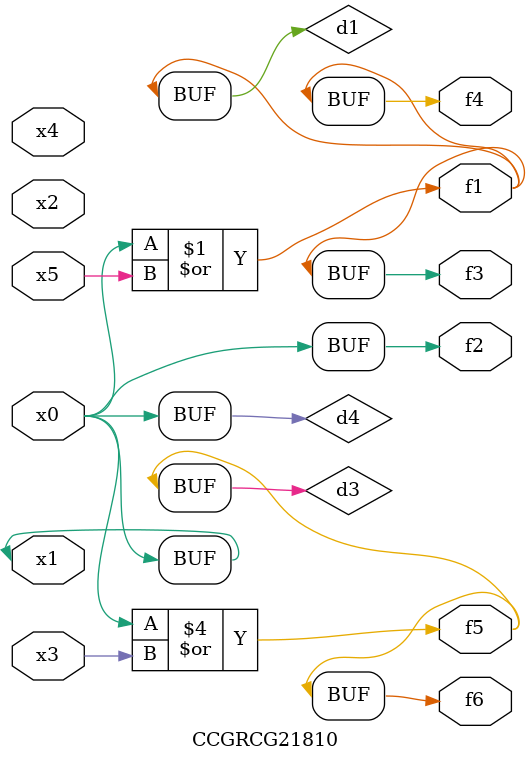
<source format=v>
module CCGRCG21810(
	input x0, x1, x2, x3, x4, x5,
	output f1, f2, f3, f4, f5, f6
);

	wire d1, d2, d3, d4;

	or (d1, x0, x5);
	xnor (d2, x1, x4);
	or (d3, x0, x3);
	buf (d4, x0, x1);
	assign f1 = d1;
	assign f2 = d4;
	assign f3 = d1;
	assign f4 = d1;
	assign f5 = d3;
	assign f6 = d3;
endmodule

</source>
